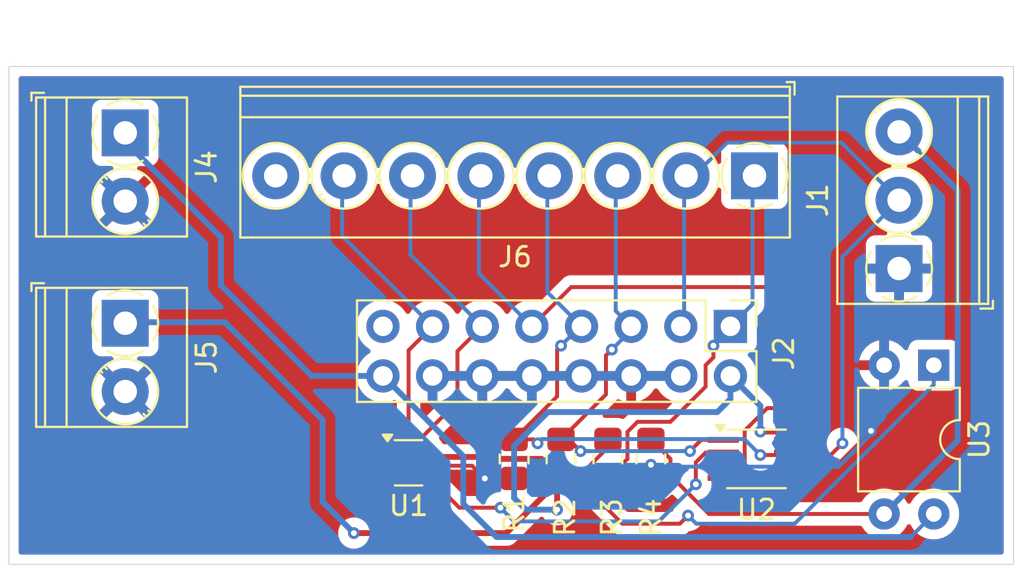
<source format=kicad_pcb>
(kicad_pcb (version 20240108) (generator "pcbnew") (generator_version "8.0")
  (layers (0 "F.Cu" signal) (31 "B.Cu" signal) (34 "B.Paste" user) (35 "F.Paste" user) (36 "B.SilkS" user "B.Silkscreen") (37 "F.SilkS" user "F.Silkscreen") (38 "B.Mask" user) (39 "F.Mask" user) (44 "Edge.Cuts" user))
  (net 0 "")
  (net 1 "SDI_Data")
  (net 2 "Net-(J1-Pin_3)")
  (net 3 "GND")
  (net 5 "SDI_TX_ENABLE")
  (net 6 "SDI_MARKING")
  (net 7 "+3.3V")
  (net 8 "SDI_RX")
  (net 9 "SDI_RX_ENABLE")
  (net 10 "+12V")
  (net 11 "SDI_TX")
  (net 12 "GPIO_1")
  (net 13 "Net-(R3-Pad2)")
  (net 14 "Net-(U1-Pad4)")
  (footprint "TerminalBlock_Phoenix:TerminalBlock_Phoenix_PT-1,5-3-3.5-H_1x03_P3.50mm_Horizontal" (layer "F.Cu") (at 141.5 53.25 90)
    (property "Reference" "J1" (at 3.5 -4.16 90) (layer "F.SilkS"))
    (property "Value" "SDI-12")
    (fp_line (start 8.81 -3.16) (end 8.81 4.56) (stroke (width 0.12)) (layer "F.SilkS"))
    (fp_line (start -1.81 -3.16) (end 8.81 -3.16) (stroke (width 0.12)) (layer "F.SilkS"))
    (fp_line (start -1.81 -3.16) (end -1.81 4.56) (stroke (width 0.12)) (layer "F.SilkS"))
    (fp_line (start 8.07 -1.275) (end 7.976 -1.181) (stroke (width 0.12)) (layer "F.SilkS"))
    (fp_line (start 4.57 -1.275) (end 4.476 -1.181) (stroke (width 0.12)) (layer "F.SilkS"))
    (fp_line (start 8.275 -1.069) (end 8.146 -0.941) (stroke (width 0.12)) (layer "F.SilkS"))
    (fp_line (start 4.775 -1.069) (end 4.646 -0.941) (stroke (width 0.12)) (layer "F.SilkS"))
    (fp_line (start 5.855 0.941) (end 5.726 1.069) (stroke (width 0.12)) (layer "F.SilkS"))
    (fp_line (start 2.355 0.941) (end 2.226 1.069) (stroke (width 0.12)) (layer "F.SilkS"))
    (fp_line (start 6.025 1.181) (end 5.931 1.274) (stroke (width 0.12)) (layer "F.SilkS"))
    (fp_line (start 2.525 1.181) (end 2.431 1.274) (stroke (width 0.12)) (layer "F.SilkS"))
    (fp_line (start -1.81 3) (end 8.81 3) (stroke (width 0.12)) (layer "F.SilkS"))
    (fp_line (start -1.81 4.1) (end 8.81 4.1) (stroke (width 0.12)) (layer "F.SilkS"))
    (fp_line (start -2.05 4.16) (end -2.05 4.8) (stroke (width 0.12)) (layer "F.SilkS"))
    (fp_line (start -1.81 4.56) (end 8.81 4.56) (stroke (width 0.12)) (layer "F.SilkS"))
    (fp_line (start -2.05 4.8) (end -1.65 4.8) (stroke (width 0.12)) (layer "F.SilkS"))
    (fp_arc (start -0.889894 -1.425358) (mid -0.014012 -1.680286) (end 0.866 -1.44) (stroke (width 0.12)) (layer "F.SilkS"))
    (fp_arc (start 1.425504 -0.890193) (mid 1.680626 0.000476) (end 1.425 0.891) (stroke (width 0.12)) (layer "F.SilkS"))
    (fp_arc (start -1.425358 0.889894) (mid -1.680286 0.014012) (end -1.44 -0.866) (stroke (width 0.12)) (layer "F.SilkS"))
    (fp_arc (start 0.890264 1.424721) (mid 0.463071 1.61492) (end 0 1.68) (stroke (width 0.12)) (layer "F.SilkS"))
    (fp_arc (start 0.028674 1.680099) (mid -0.435535 1.622918) (end -0.866 1.44) (stroke (width 0.12)) (layer "F.SilkS"))
    (fp_circle (center 7 0) (end 8.68 0) (stroke (width 0.12)) (fill none) (layer "F.SilkS"))
    (fp_circle (center 3.5 0) (end 5.18 0) (stroke (width 0.12)) (fill none) (layer "F.SilkS"))
    (pad "1" thru_hole rect (at 0 0 90) (size 2.4 2.4) (drill 1.2) (layers "*.Cu" "*.Mask") (net 3 "GND"))
    (pad "2" thru_hole circle (at 3.5 0 90) (size 2.4 2.4) (drill 1.2) (layers "*.Cu" "*.Mask") (net 1 "SDI_Data"))
    (pad "3" thru_hole circle (at 7 0 90) (size 2.4 2.4) (drill 1.2) (layers "*.Cu" "*.Mask") (net 2 "Net-(J1-Pin_3)"))
  )
  (footprint "Resistor_SMD:R_0805_2012Metric_Pad1.20x1.40mm_HandSolder" (layer "F.Cu") (at 124.2 63 90)
    (property "Reference" "R2" (at -3 0.2 90) (layer "F.SilkS"))
    (property "Value" "10k")
    (fp_line (start -0.227064 -0.735) (end 0.227064 -0.735) (stroke (width 0.12)) (layer "F.SilkS"))
    (fp_line (start -0.227064 0.735) (end 0.227064 0.735) (stroke (width 0.12)) (layer "F.SilkS"))
    (pad "1" smd roundrect (at -1 0 90) (size 1.2 1.4) (layers "F.Cu" "F.Paste" "F.Mask") (roundrect_rratio 0.208333) (net 7 "+3.3V"))
    (pad "2" smd roundrect (at 1 0 90) (size 1.2 1.4) (layers "F.Cu" "F.Paste" "F.Mask") (roundrect_rratio 0.208333) (net 5 "SDI_TX_ENABLE"))
  )
  (footprint "TerminalBlock_Phoenix:TerminalBlock_Phoenix_PT-1,5-8-3.5-H_1x08_P3.50mm_Horizontal" (layer "F.Cu") (at 134.1 48.5 180)
    (property "Reference" "J6" (at 12.25 -4.16 0) (layer "F.SilkS"))
    (property "Value" "Screw_Terminal_01x08")
    (fp_line (start 26.31 -3.16) (end 26.31 4.56) (stroke (width 0.12)) (layer "F.SilkS"))
    (fp_line (start 25.775 -1.069) (end 25.646 -0.941) (stroke (width 0.12)) (layer "F.SilkS"))
    (fp_line (start 25.57 -1.275) (end 25.476 -1.181) (stroke (width 0.12)) (layer "F.SilkS"))
    (fp_line (start 23.525 1.181) (end 23.431 1.274) (stroke (width 0.12)) (layer "F.SilkS"))
    (fp_line (start 23.355 0.941) (end 23.226 1.069) (stroke (width 0.12)) (layer "F.SilkS"))
    (fp_line (start 22.275 -1.069) (end 22.146 -0.941) (stroke (width 0.12)) (layer "F.SilkS"))
    (fp_line (start 22.07 -1.275) (end 21.976 -1.181) (stroke (width 0.12)) (layer "F.SilkS"))
    (fp_line (start 20.025 1.181) (end 19.931 1.274) (stroke (width 0.12)) (layer "F.SilkS"))
    (fp_line (start 19.855 0.941) (end 19.726 1.069) (stroke (width 0.12)) (layer "F.SilkS"))
    (fp_line (start 18.775 -1.069) (end 18.646 -0.941) (stroke (width 0.12)) (layer "F.SilkS"))
    (fp_line (start 18.57 -1.275) (end 18.476 -1.181) (stroke (width 0.12)) (layer "F.SilkS"))
    (fp_line (start 16.525 1.181) (end 16.431 1.274) (stroke (width 0.12)) (layer "F.SilkS"))
    (fp_line (start 16.355 0.941) (end 16.226 1.069) (stroke (width 0.12)) (layer "F.SilkS"))
    (fp_line (start 15.275 -1.069) (end 15.146 -0.941) (stroke (width 0.12)) (layer "F.SilkS"))
    (fp_line (start 15.07 -1.275) (end 14.976 -1.181) (stroke (width 0.12)) (layer "F.SilkS"))
    (fp_line (start 13.025 1.181) (end 12.931 1.274) (stroke (width 0.12)) (layer "F.SilkS"))
    (fp_line (start 12.855 0.941) (end 12.726 1.069) (stroke (width 0.12)) (layer "F.SilkS"))
    (fp_line (start 11.775 -1.069) (end 11.646 -0.941) (stroke (width 0.12)) (layer "F.SilkS"))
    (fp_line (start 11.57 -1.275) (end 11.476 -1.181) (stroke (width 0.12)) (layer "F.SilkS"))
    (fp_line (start 9.525 1.181) (end 9.431 1.274) (stroke (width 0.12)) (layer "F.SilkS"))
    (fp_line (start 9.355 0.941) (end 9.226 1.069) (stroke (width 0.12)) (layer "F.SilkS"))
    (fp_line (start 8.275 -1.069) (end 8.146 -0.941) (stroke (width 0.12)) (layer "F.SilkS"))
    (fp_line (start 8.07 -1.275) (end 7.976 -1.181) (stroke (width 0.12)) (layer "F.SilkS"))
    (fp_line (start 6.025 1.181) (end 5.931 1.274) (stroke (width 0.12)) (layer "F.SilkS"))
    (fp_line (start 5.855 0.941) (end 5.726 1.069) (stroke (width 0.12)) (layer "F.SilkS"))
    (fp_line (start 4.775 -1.069) (end 4.646 -0.941) (stroke (width 0.12)) (layer "F.SilkS"))
    (fp_line (start 4.57 -1.275) (end 4.476 -1.181) (stroke (width 0.12)) (layer "F.SilkS"))
    (fp_line (start 2.525 1.181) (end 2.431 1.274) (stroke (width 0.12)) (layer "F.SilkS"))
    (fp_line (start 2.355 0.941) (end 2.226 1.069) (stroke (width 0.12)) (layer "F.SilkS"))
    (fp_line (start -1.81 4.56) (end 26.31 4.56) (stroke (width 0.12)) (layer "F.SilkS"))
    (fp_line (start -1.81 4.1) (end 26.31 4.1) (stroke (width 0.12)) (layer "F.SilkS"))
    (fp_line (start -1.81 3) (end 26.31 3) (stroke (width 0.12)) (layer "F.SilkS"))
    (fp_line (start -1.81 -3.16) (end 26.31 -3.16) (stroke (width 0.12)) (layer "F.SilkS"))
    (fp_line (start -1.81 -3.16) (end -1.81 4.56) (stroke (width 0.12)) (layer "F.SilkS"))
    (fp_line (start -2.05 4.8) (end -1.65 4.8) (stroke (width 0.12)) (layer "F.SilkS"))
    (fp_line (start -2.05 4.16) (end -2.05 4.8) (stroke (width 0.12)) (layer "F.SilkS"))
    (fp_arc (start 1.425504 -0.890193) (mid 1.680626 0.000476) (end 1.425 0.891) (stroke (width 0.12)) (layer "F.SilkS"))
    (fp_arc (start 0.890264 1.424721) (mid 0.463071 1.61492) (end 0 1.68) (stroke (width 0.12)) (layer "F.SilkS"))
    (fp_arc (start 0.028674 1.680099) (mid -0.435535 1.622918) (end -0.866 1.44) (stroke (width 0.12)) (layer "F.SilkS"))
    (fp_arc (start -0.889894 -1.425358) (mid -0.014012 -1.680286) (end 0.866 -1.44) (stroke (width 0.12)) (layer "F.SilkS"))
    (fp_arc (start -1.425358 0.889894) (mid -1.680286 0.014012) (end -1.44 -0.866) (stroke (width 0.12)) (layer "F.SilkS"))
    (fp_circle (center 24.5 0) (end 26.18 0) (stroke (width 0.12)) (fill none) (layer "F.SilkS"))
    (fp_circle (center 21 0) (end 22.68 0) (stroke (width 0.12)) (fill none) (layer "F.SilkS"))
    (fp_circle (center 17.5 0) (end 19.18 0) (stroke (width 0.12)) (fill none) (layer "F.SilkS"))
    (fp_circle (center 14 0) (end 15.68 0) (stroke (width 0.12)) (fill none) (layer "F.SilkS"))
    (fp_circle (center 10.5 0) (end 12.18 0) (stroke (width 0.12)) (fill none) (layer "F.SilkS"))
    (fp_circle (center 7 0) (end 8.68 0) (stroke (width 0.12)) (fill none) (layer "F.SilkS"))
    (fp_circle (center 3.5 0) (end 5.18 0) (stroke (width 0.12)) (fill none) (layer "F.SilkS"))
    (pad "1" thru_hole rect (at 0 0 180) (size 2.4 2.4) (drill 1.2) (layers "*.Cu" "*.Mask") (net 12 "GPIO_1"))
    (pad "2" thru_hole circle (at 3.5 0 180) (size 2.4 2.4) (drill 1.2) (layers "*.Cu" "*.Mask") (net 1 "SDI_Data"))
    (pad "3" thru_hole circle (at 7 0 180) (size 2.4 2.4) (drill 1.2) (layers "*.Cu" "*.Mask") (net 5 "SDI_TX_ENABLE"))
    (pad "4" thru_hole circle (at 10.5 0 180) (size 2.4 2.4) (drill 1.2) (layers "*.Cu" "*.Mask") (net 9 "SDI_RX_ENABLE"))
    (pad "5" thru_hole circle (at 14 0 180) (size 2.4 2.4) (drill 1.2) (layers "*.Cu" "*.Mask") (net 8 "SDI_RX"))
    (pad "6" thru_hole circle (at 17.5 0 180) (size 2.4 2.4) (drill 1.2) (layers "*.Cu" "*.Mask") (net 11 "SDI_TX"))
    (pad "7" thru_hole circle (at 21 0 180) (size 2.4 2.4) (drill 1.2) (layers "*.Cu" "*.Mask") (net 6 "SDI_MARKING"))
    (pad "8" thru_hole circle (at 24.5 0 180) (size 2.4 2.4) (drill 1.2) (layers "*.Cu" "*.Mask"))
  )
  (footprint "Resistor_SMD:R_0805_2012Metric_Pad1.20x1.40mm_HandSolder" (layer "F.Cu") (at 126.6 63 90)
    (property "Reference" "R3" (at -3 0.2 90) (layer "F.SilkS"))
    (property "Value" "220")
    (fp_line (start -0.227064 -0.735) (end 0.227064 -0.735) (stroke (width 0.12)) (layer "F.SilkS"))
    (fp_line (start -0.227064 0.735) (end 0.227064 0.735) (stroke (width 0.12)) (layer "F.SilkS"))
    (pad "1" smd roundrect (at -1 0 90) (size 1.2 1.4) (layers "F.Cu" "F.Paste" "F.Mask") (roundrect_rratio 0.208333) (net 12 "GPIO_1"))
    (pad "2" smd roundrect (at 1 0 90) (size 1.2 1.4) (layers "F.Cu" "F.Paste" "F.Mask") (roundrect_rratio 0.208333) (net 13 "Net-(R3-Pad2)"))
  )
  (footprint "Package_TO_SOT_SMD:SOT-353_SC-70-5" (layer "F.Cu") (at 116.4 63.2)
    (property "Reference" "U1" (at 0 2.2 0) (layer "F.SilkS"))
    (property "Value" "74AHC1G00")
    (fp_line (start -0.71 -1.16) (end 0.7 -1.16) (stroke (width 0.12)) (layer "F.SilkS"))
    (fp_line (start -0.7 1.16) (end 0.7 1.16) (stroke (width 0.12)) (layer "F.SilkS"))
    (fp_poly (pts (xy -1.08 -1.11) (xy -1.32 -1.44) (xy -0.84 -1.44) (xy -1.08 -1.11)) (stroke (width 0.12)) (fill solid) (layer "F.SilkS"))
    (pad "1" smd roundrect (at -0.95 -0.65) (size 0.65 0.4) (layers "F.Cu" "F.Paste" "F.Mask") (net 6 "SDI_MARKING"))
    (pad "2" smd roundrect (at -0.95 0) (size 0.65 0.4) (layers "F.Cu" "F.Paste" "F.Mask") (net 11 "SDI_TX"))
    (pad "3" smd roundrect (at -0.95 0.65) (size 0.65 0.4) (layers "F.Cu" "F.Paste" "F.Mask") (net 3 "GND"))
    (pad "4" smd roundrect (at 0.95 0.65) (size 0.65 0.4) (layers "F.Cu" "F.Paste" "F.Mask") (net 14 "Net-(U1-Pad4)"))
    (pad "5" smd roundrect (at 0.95 -0.65) (size 0.65 0.4) (layers "F.Cu" "F.Paste" "F.Mask") (net 7 "+3.3V"))
  )
  (footprint "Resistor_SMD:R_0805_2012Metric_Pad1.20x1.40mm_HandSolder" (layer "F.Cu") (at 128.8 63 90)
    (property "Reference" "R4" (at -3 0 90) (layer "F.SilkS"))
    (property "Value" "1k")
    (fp_line (start -0.227064 -0.735) (end 0.227064 -0.735) (stroke (width 0.12)) (layer "F.SilkS"))
    (fp_line (start -0.227064 0.735) (end 0.227064 0.735) (stroke (width 0.12)) (layer "F.SilkS"))
    (pad "1" smd roundrect (at -1 0 90) (size 1.2 1.4) (layers "F.Cu" "F.Paste" "F.Mask") (roundrect_rratio 0.208333) (net 3 "GND"))
    (pad "2" smd roundrect (at 1 0 90) (size 1.2 1.4) (layers "F.Cu" "F.Paste" "F.Mask") (roundrect_rratio 0.208333) (net 2 "Net-(J1-Pin_3)"))
  )
  (footprint "TerminalBlock_Phoenix:TerminalBlock_Phoenix_PT-1,5-2-3.5-H_1x02_P3.50mm_Horizontal" (layer "F.Cu") (at 101.9 56.05 -90)
    (property "Reference" "J5" (at 1.75 -4.16 90) (layer "F.SilkS"))
    (property "Value" "Screw_Terminal_01x02")
    (fp_line (start -2.05 4.8) (end -1.65 4.8) (stroke (width 0.12)) (layer "F.SilkS"))
    (fp_line (start -1.81 4.56) (end 5.31 4.56) (stroke (width 0.12)) (layer "F.SilkS"))
    (fp_line (start -2.05 4.16) (end -2.05 4.8) (stroke (width 0.12)) (layer "F.SilkS"))
    (fp_line (start -1.81 4.1) (end 5.31 4.1) (stroke (width 0.12)) (layer "F.SilkS"))
    (fp_line (start -1.81 3) (end 5.31 3) (stroke (width 0.12)) (layer "F.SilkS"))
    (fp_line (start 2.525 1.181) (end 2.431 1.274) (stroke (width 0.12)) (layer "F.SilkS"))
    (fp_line (start 2.355 0.941) (end 2.226 1.069) (stroke (width 0.12)) (layer "F.SilkS"))
    (fp_line (start 4.775 -1.069) (end 4.646 -0.941) (stroke (width 0.12)) (layer "F.SilkS"))
    (fp_line (start 4.57 -1.275) (end 4.476 -1.181) (stroke (width 0.12)) (layer "F.SilkS"))
    (fp_line (start -1.81 -3.16) (end -1.81 4.56) (stroke (width 0.12)) (layer "F.SilkS"))
    (fp_line (start -1.81 -3.16) (end 5.31 -3.16) (stroke (width 0.12)) (layer "F.SilkS"))
    (fp_line (start 5.31 -3.16) (end 5.31 4.56) (stroke (width 0.12)) (layer "F.SilkS"))
    (fp_arc (start 0.028674 1.680099) (mid -0.435535 1.622918) (end -0.866 1.44) (stroke (width 0.12)) (layer "F.SilkS"))
    (fp_arc (start 0.890264 1.424721) (mid 0.463071 1.61492) (end 0 1.68) (stroke (width 0.12)) (layer "F.SilkS"))
    (fp_arc (start -1.425358 0.889894) (mid -1.680286 0.014012) (end -1.44 -0.866) (stroke (width 0.12)) (layer "F.SilkS"))
    (fp_arc (start 1.425504 -0.890193) (mid 1.680626 0.000476) (end 1.425 0.891) (stroke (width 0.12)) (layer "F.SilkS"))
    (fp_arc (start -0.889894 -1.425358) (mid -0.014012 -1.680286) (end 0.866 -1.44) (stroke (width 0.12)) (layer "F.SilkS"))
    (fp_circle (center 3.5 0) (end 5.18 0) (stroke (width 0.12)) (fill none) (layer "F.SilkS"))
    (pad "1" thru_hole rect (at 0 0 270) (size 2.4 2.4) (drill 1.2) (layers "*.Cu" "*.Mask") (net 7 "+3.3V"))
    (pad "2" thru_hole circle (at 3.5 0 270) (size 2.4 2.4) (drill 1.2) (layers "*.Cu" "*.Mask") (net 3 "GND"))
  )
  (footprint "Connector_PinHeader_2.54mm:PinHeader_2x08_P2.54mm_Vertical" (layer "F.Cu") (at 132.87 56.21 -90)
    (property "Reference" "J2" (at 1.39 -2.73 90) (layer "F.SilkS"))
    (property "Value" "Unused Pin")
    (fp_line (start -1.33 19.11) (end 3.87 19.11) (stroke (width 0.12)) (layer "F.SilkS"))
    (fp_line (start -1.33 1.27) (end -1.33 19.11) (stroke (width 0.12)) (layer "F.SilkS"))
    (fp_line (start -1.33 1.27) (end 1.27 1.27) (stroke (width 0.12)) (layer "F.SilkS"))
    (fp_line (start 1.27 1.27) (end 1.27 -1.33) (stroke (width 0.12)) (layer "F.SilkS"))
    (fp_line (start -1.33 0) (end -1.33 -1.33) (stroke (width 0.12)) (layer "F.SilkS"))
    (fp_line (start -1.33 -1.33) (end 0 -1.33) (stroke (width 0.12)) (layer "F.SilkS"))
    (fp_line (start 1.27 -1.33) (end 3.87 -1.33) (stroke (width 0.12)) (layer "F.SilkS"))
    (fp_line (start 3.87 -1.33) (end 3.87 19.11) (stroke (width 0.12)) (layer "F.SilkS"))
    (pad "1" thru_hole rect (at 0 0 270) (size 1.7 1.7) (drill 1) (layers "*.Cu" "*.Mask") (net 12 "GPIO_1"))
    (pad "2" thru_hole oval (at 2.54 0 270) (size 1.7 1.7) (drill 1) (layers "*.Cu" "*.Mask") (net 7 "+3.3V"))
    (pad "3" thru_hole oval (at 0 2.54 270) (size 1.7 1.7) (drill 1) (layers "*.Cu" "*.Mask") (net 1 "SDI_Data"))
    (pad "4" thru_hole oval (at 2.54 2.54 270) (size 1.7 1.7) (drill 1) (layers "*.Cu" "*.Mask") (net 3 "GND"))
    (pad "5" thru_hole oval (at 0 5.08 270) (size 1.7 1.7) (drill 1) (layers "*.Cu" "*.Mask") (net 5 "SDI_TX_ENABLE"))
    (pad "6" thru_hole oval (at 2.54 5.08 270) (size 1.7 1.7) (drill 1) (layers "*.Cu" "*.Mask") (net 3 "GND"))
    (pad "7" thru_hole oval (at 0 7.62 270) (size 1.7 1.7) (drill 1) (layers "*.Cu" "*.Mask") (net 9 "SDI_RX_ENABLE"))
    (pad "8" thru_hole oval (at 2.54 7.62 270) (size 1.7 1.7) (drill 1) (layers "*.Cu" "*.Mask") (net 3 "GND"))
    (pad "9" thru_hole oval (at 0 10.16 270) (size 1.7 1.7) (drill 1) (layers "*.Cu" "*.Mask") (net 8 "SDI_RX"))
    (pad "10" thru_hole oval (at 2.54 10.16 270) (size 1.7 1.7) (drill 1) (layers "*.Cu" "*.Mask") (net 3 "GND"))
    (pad "11" thru_hole oval (at 0 12.7 270) (size 1.7 1.7) (drill 1) (layers "*.Cu" "*.Mask") (net 11 "SDI_TX"))
    (pad "12" thru_hole oval (at 2.54 12.7 270) (size 1.7 1.7) (drill 1) (layers "*.Cu" "*.Mask") (net 3 "GND"))
    (pad "13" thru_hole oval (at 0 15.24 270) (size 1.7 1.7) (drill 1) (layers "*.Cu" "*.Mask") (net 6 "SDI_MARKING"))
    (pad "14" thru_hole oval (at 2.54 15.24 270) (size 1.7 1.7) (drill 1) (layers "*.Cu" "*.Mask") (net 3 "GND"))
    (pad "15" thru_hole oval (at 0 17.78 270) (size 1.7 1.7) (drill 1) (layers "*.Cu" "*.Mask"))
    (pad "16" thru_hole oval (at 2.54 17.78 270) (size 1.7 1.7) (drill 1) (layers "*.Cu" "*.Mask") (net 10 "+12V"))
  )
  (footprint "Resistor_SMD:R_0805_2012Metric_Pad1.20x1.40mm_HandSolder" (layer "F.Cu") (at 121.8 63 90)
    (property "Reference" "R1" (at -2.8 0 90) (layer "F.SilkS"))
    (property "Value" "10k")
    (fp_line (start -0.227064 -0.735) (end 0.227064 -0.735) (stroke (width 0.12)) (layer "F.SilkS"))
    (fp_line (start -0.227064 0.735) (end 0.227064 0.735) (stroke (width 0.12)) (layer "F.SilkS"))
    (pad "1" smd roundrect (at -1 0 90) (size 1.2 1.4) (layers "F.Cu" "F.Paste" "F.Mask") (roundrect_rratio 0.208333) (net 3 "GND"))
    (pad "2" smd roundrect (at 1 0 90) (size 1.2 1.4) (layers "F.Cu" "F.Paste" "F.Mask") (roundrect_rratio 0.208333) (net 9 "SDI_RX_ENABLE"))
  )
  (footprint "TerminalBlock_Phoenix:TerminalBlock_Phoenix_PT-1,5-2-3.5-H_1x02_P3.50mm_Horizontal" (layer "F.Cu") (at 101.9 46.3 -90)
    (property "Reference" "J4" (at 1.75 -4.16 90) (layer "F.SilkS"))
    (property "Value" "Screw_Terminal_01x02")
    (fp_line (start -2.05 4.8) (end -1.65 4.8) (stroke (width 0.12)) (layer "F.SilkS"))
    (fp_line (start -1.81 4.56) (end 5.31 4.56) (stroke (width 0.12)) (layer "F.SilkS"))
    (fp_line (start -2.05 4.16) (end -2.05 4.8) (stroke (width 0.12)) (layer "F.SilkS"))
    (fp_line (start -1.81 4.1) (end 5.31 4.1) (stroke (width 0.12)) (layer "F.SilkS"))
    (fp_line (start -1.81 3) (end 5.31 3) (stroke (width 0.12)) (layer "F.SilkS"))
    (fp_line (start 2.525 1.181) (end 2.431 1.274) (stroke (width 0.12)) (layer "F.SilkS"))
    (fp_line (start 2.355 0.941) (end 2.226 1.069) (stroke (width 0.12)) (layer "F.SilkS"))
    (fp_line (start 4.775 -1.069) (end 4.646 -0.941) (stroke (width 0.12)) (layer "F.SilkS"))
    (fp_line (start 4.57 -1.275) (end 4.476 -1.181) (stroke (width 0.12)) (layer "F.SilkS"))
    (fp_line (start -1.81 -3.16) (end -1.81 4.56) (stroke (width 0.12)) (layer "F.SilkS"))
    (fp_line (start -1.81 -3.16) (end 5.31 -3.16) (stroke (width 0.12)) (layer "F.SilkS"))
    (fp_line (start 5.31 -3.16) (end 5.31 4.56) (stroke (width 0.12)) (layer "F.SilkS"))
    (fp_arc (start 0.028674 1.680099) (mid -0.435535 1.622918) (end -0.866 1.44) (stroke (width 0.12)) (layer "F.SilkS"))
    (fp_arc (start 0.890264 1.424721) (mid 0.463071 1.61492) (end 0 1.68) (stroke (width 0.12)) (layer "F.SilkS"))
    (fp_arc (start -1.425358 0.889894) (mid -1.680286 0.014012) (end -1.44 -0.866) (stroke (width 0.12)) (layer "F.SilkS"))
    (fp_arc (start 1.425504 -0.890193) (mid 1.680626 0.000476) (end 1.425 0.891) (stroke (width 0.12)) (layer "F.SilkS"))
    (fp_arc (start -0.889894 -1.425358) (mid -0.014012 -1.680286) (end 0.866 -1.44) (stroke (width 0.12)) (layer "F.SilkS"))
    (fp_circle (center 3.5 0) (end 5.18 0) (stroke (width 0.12)) (fill none) (layer "F.SilkS"))
    (pad "1" thru_hole rect (at 0 0 270) (size 2.4 2.4) (drill 1.2) (layers "*.Cu" "*.Mask") (net 10 "+12V"))
    (pad "2" thru_hole circle (at 3.5 0 270) (size 2.4 2.4) (drill 1.2) (layers "*.Cu" "*.Mask") (net 3 "GND"))
  )
  (footprint "Package_DIP:DIP-4_W7.62mm" (layer "F.Cu") (at 143.275 58.2 -90)
    (property "Reference" "U3" (at 3.81 -2.33 90) (layer "F.SilkS"))
    (property "Value" "PC817")
    (fp_line (start 1.16 3.87) (end 6.46 3.87) (stroke (width 0.12)) (layer "F.SilkS"))
    (fp_line (start 6.46 3.87) (end 6.46 -1.33) (stroke (width 0.12)) (layer "F.SilkS"))
    (fp_line (start 1.16 -1.33) (end 1.16 3.87) (stroke (width 0.12)) (layer "F.SilkS"))
    (fp_line (start 2.81 -1.33) (end 1.16 -1.33) (stroke (width 0.12)) (layer "F.SilkS"))
    (fp_line (start 6.46 -1.33) (end 4.81 -1.33) (stroke (width 0.12)) (layer "F.SilkS"))
    (fp_arc (start 4.81 -1.33) (mid 3.81 -0.33) (end 2.81 -1.33) (stroke (width 0.12)) (layer "F.SilkS"))
    (pad "1" thru_hole rect (at 0 0 270) (size 1.6 1.6) (drill 0.8) (layers "*.Cu" "*.Mask") (net 13 "Net-(R3-Pad2)"))
    (pad "2" thru_hole oval (at 0 2.54 270) (size 1.6 1.6) (drill 0.8) (layers "*.Cu" "*.Mask") (net 3 "GND"))
    (pad "3" thru_hole oval (at 7.62 2.54 270) (size 1.6 1.6) (drill 0.8) (layers "*.Cu" "*.Mask") (net 2 "Net-(J1-Pin_3)"))
    (pad "4" thru_hole oval (at 7.62 0 270) (size 1.6 1.6) (drill 0.8) (layers "*.Cu" "*.Mask") (net 10 "+12V"))
  )
  (footprint "Package_SO:SSOP-8_2.95x2.8mm_P0.65mm" (layer "F.Cu") (at 134.2 63)
    (property "Reference" "U2" (at 0 2.6 0) (layer "F.SilkS"))
    (property "Value" "74LVC2G241")
    (fp_line (start 1.5 -1.5) (end -1.5 -1.5) (stroke (width 0.12)) (layer "F.SilkS"))
    (fp_line (start 1.5 1.5) (end -1.5 1.5) (stroke (width 0.12)) (layer "F.SilkS"))
    (fp_poly (pts (xy -1.85 -1.4) (xy -2.09 -1.73) (xy -1.61 -1.73) (xy -1.85 -1.4)) (stroke (width 0.12)) (fill solid) (layer "F.SilkS"))
    (pad "1" smd rect (at -1.7 -0.975 270) (size 0.3 1.6) (layers "F.Cu" "F.Paste" "F.Mask") (net 5 "SDI_TX_ENABLE"))
    (pad "2" smd rect (at -1.7 -0.325 270) (size 0.3 1.6) (layers "F.Cu" "F.Paste" "F.Mask") (net 14 "Net-(U1-Pad4)"))
    (pad "3" smd rect (at -1.7 0.325 270) (size 0.3 1.6) (layers "F.Cu" "F.Paste" "F.Mask") (net 8 "SDI_RX"))
    (pad "4" smd rect (at -1.7 0.975 270) (size 0.3 1.6) (layers "F.Cu" "F.Paste" "F.Mask") (net 3 "GND"))
    (pad "5" smd rect (at 1.7 0.975 270) (size 0.3 1.6) (layers "F.Cu" "F.Paste" "F.Mask") (net 1 "SDI_Data"))
    (pad "6" smd rect (at 1.7 0.325 270) (size 0.3 1.6) (layers "F.Cu" "F.Paste" "F.Mask") (net 1 "SDI_Data"))
    (pad "7" smd rect (at 1.7 -0.325 270) (size 0.3 1.6) (layers "F.Cu" "F.Paste" "F.Mask") (net 9 "SDI_RX_ENABLE"))
    (pad "8" smd rect (at 1.7 -0.975 270) (size 0.3 1.6) (layers "F.Cu" "F.Paste" "F.Mask") (net 7 "+3.3V"))
  )
  (gr_rect (start 95.95 42.9) (end 147.35 68.4) (stroke (width 0.05)) (fill none) (layer "Edge.Cuts"))
  (segment (start 135.9 63.325) (end 135.9 63.975) (width 0.2) (layer "F.Cu") (net 1))
  (segment (start 137.475 63.325) (end 135.9 63.325) (width 0.2) (layer "F.Cu") (net 1))
  (segment (start 138.6 62.2) (end 137.475 63.325) (width 0.2) (layer "F.Cu") (net 1))
  (via (at 138.6 62.2) (size 0.6) (drill 0.3) (layers "F.Cu" "B.Cu") (net 1))
  (segment (start 132.7 46.8) (end 138.55 46.8) (width 0.2) (layer "B.Cu") (net 1))
  (segment (start 138.6 52.65) (end 138.6 62.2) (width 0.2) (layer "B.Cu") (net 1))
  (segment (start 130.5 56.04) (end 130.33 56.21) (width 0.2) (layer "B.Cu") (net 1))
  (segment (start 130.5 49) (end 132.7 46.8) (width 0.2) (layer "B.Cu") (net 1))
  (segment (start 130.5 49) (end 130.5 56.04) (width 0.2) (layer "B.Cu") (net 1))
  (segment (start 138.55 46.8) (end 141.5 49.75) (width 0.2) (layer "B.Cu") (net 1))
  (segment (start 141.5 49.75) (end 138.6 52.65) (width 0.2) (layer "B.Cu") (net 1))
  (segment (start 140.735 65.82) (end 131.771471 65.82) (width 0.2) (layer "F.Cu") (net 2))
  (segment (start 129.8 63) (end 128.8 62) (width 0.2) (layer "F.Cu") (net 2))
  (segment (start 129.8 63.848529) (end 129.8 63) (width 0.2) (layer "F.Cu") (net 2))
  (segment (start 131.771471 65.82) (end 129.8 63.848529) (width 0.2) (layer "F.Cu") (net 2))
  (segment (start 144.5 49.25) (end 144.5 62.055) (width 0.3) (layer "B.Cu") (net 2))
  (segment (start 144.5 62.055) (end 140.735 65.82) (width 0.3) (layer "B.Cu") (net 2))
  (segment (start 141.5 46.25) (end 144.5 49.25) (width 0.3) (layer "B.Cu") (net 2))
  (segment (start 119.65 63.35) (end 120.3 64) (width 0.2) (layer "F.Cu") (net 3))
  (segment (start 116.456544 63.85) (end 116.956544 63.35) (width 0.2) (layer "F.Cu") (net 3))
  (segment (start 121.8 64) (end 120.3 64) (width 0.2) (layer "F.Cu") (net 3))
  (segment (start 140.063235 61.563235) (end 140.063235 61.585294) (width 0.2) (layer "F.Cu") (net 3))
  (segment (start 128.7 64.1) (end 128.8 64) (width 0.2) (layer "F.Cu") (net 3))
  (segment (start 133.425 64.9) (end 132.5 63.975) (width 0.2) (layer "F.Cu") (net 3))
  (segment (start 115.45 63.85) (end 116.456544 63.85) (width 0.2) (layer "F.Cu") (net 3))
  (segment (start 136.748529 64.9) (end 133.425 64.9) (width 0.2) (layer "F.Cu") (net 3))
  (segment (start 116.956544 63.35) (end 119.65 63.35) (width 0.2) (layer "F.Cu") (net 3))
  (segment (start 128.8 64) (end 128.8 63.3) (width 0.2) (layer "F.Cu") (net 3))
  (segment (start 140.063235 61.585294) (end 136.748529 64.9) (width 0.2) (layer "F.Cu") (net 3))
  (via (at 128.8 63.3) (size 0.6) (drill 0.3) (layers "F.Cu" "B.Cu") (net 3))
  (via (at 120.3 64) (size 0.6) (drill 0.3) (layers "F.Cu" "B.Cu") (net 3))
  (via (at 140.063235 61.563235) (size 0.6) (drill 0.3) (layers "F.Cu" "B.Cu") (net 3))
  (segment (start 128.9 63.4) (end 138.4 63.4) (width 0.2) (layer "B.Cu") (net 3))
  (segment (start 140.735 60.89147) (end 140.735 58.2) (width 0.2) (layer "B.Cu") (net 3))
  (segment (start 140.063235 61.736765) (end 140.063235 61.563235) (width 0.2) (layer "B.Cu") (net 3))
  (segment (start 120.17 63.47) (end 120.17 58.75) (width 0.2) (layer "B.Cu") (net 3))
  (segment (start 120.3 63.6) (end 120.17 63.47) (width 0.2) (layer "B.Cu") (net 3))
  (segment (start 138.4 63.4) (end 140.063235 61.736765) (width 0.2) (layer "B.Cu") (net 3))
  (segment (start 128.8 63.3) (end 128.9 63.4) (width 0.2) (layer "B.Cu") (net 3))
  (segment (start 140.063235 61.563235) (end 140.735 60.89147) (width 0.2) (layer "B.Cu") (net 3))
  (segment (start 120.3 64) (end 120.3 63.6) (width 0.2) (layer "B.Cu") (net 3))
  (segment (start 130.8 62.6) (end 131.375 62.025) (width 0.2) (layer "F.Cu") (net 5))
  (segment (start 126.5 57.7) (end 126.5 59.7) (width 0.2) (layer "F.Cu") (net 5))
  (segment (start 131.375 62.025) (end 132.5 62.025) (width 0.2) (layer "F.Cu") (net 5))
  (segment (start 124.2 62) (end 124.6 62) (width 0.2) (layer "F.Cu") (net 5))
  (segment (start 124.6 62) (end 125.2 62.6) (width 0.2) (layer "F.Cu") (net 5))
  (segment (start 126.5 59.7) (end 124.2 62) (width 0.2) (layer "F.Cu") (net 5))
  (segment (start 126.8 57.4) (end 126.5 57.7) (width 0.2) (layer "F.Cu") (net 5))
  (via (at 126.8 57.4) (size 0.6) (drill 0.3) (layers "F.Cu" "B.Cu") (net 5))
  (via (at 130.8 62.6) (size 0.6) (drill 0.3) (layers "F.Cu" "B.Cu") (net 5))
  (via (at 125.2 62.6) (size 0.6) (drill 0.3) (layers "F.Cu" "B.Cu") (net 5))
  (segment (start 127.79 56.21) (end 127.79 56.41) (width 0.2) (layer "B.Cu") (net 5))
  (segment (start 127.79 56.41) (end 126.8 57.4) (width 0.2) (layer "B.Cu") (net 5))
  (segment (start 127 55.42) (end 127.79 56.21) (width 0.2) (layer "B.Cu") (net 5))
  (segment (start 127 49) (end 127 55.42) (width 0.2) (layer "B.Cu") (net 5))
  (segment (start 125.2 62.6) (end 130.8 62.6) (width 0.2) (layer "B.Cu") (net 5))
  (segment (start 116.4 57.44) (end 116.4 61.6) (width 0.2) (layer "F.Cu") (net 6))
  (segment (start 117.63 56.21) (end 116.4 57.44) (width 0.2) (layer "F.Cu") (net 6))
  (segment (start 116.4 61.6) (end 115.45 62.55) (width 0.2) (layer "F.Cu") (net 6))
  (segment (start 113 51.58) (end 117.63 56.21) (width 0.2) (layer "B.Cu") (net 6))
  (segment (start 113 49) (end 113 51.58) (width 0.2) (layer "B.Cu") (net 6))
  (segment (start 134.4 61.6) (end 135.475 61.6) (width 0.3) (layer "F.Cu") (net 7))
  (segment (start 123.2 63) (end 124.2 64) (width 0.3) (layer "F.Cu") (net 7))
  (segment (start 117.7 62.9) (end 120.1 62.9) (width 0.3) (layer "F.Cu") (net 7))
  (segment (start 113.6 66.8) (end 121.4 66.8) (width 0.3) (layer "F.Cu") (net 7))
  (segment (start 117.35 62.55) (end 117.7 62.9) (width 0.3) (layer "F.Cu") (net 7))
  (segment (start 120.2 63) (end 123.2 63) (width 0.3) (layer "F.Cu") (net 7))
  (segment (start 135.475 61.6) (end 135.9 62.025) (width 0.3) (layer "F.Cu") (net 7))
  (segment (start 124 65.6) (end 124 64.2) (width 0.3) (layer "F.Cu") (net 7))
  (segment (start 120.1 62.9) (end 120.2 63) (width 0.3) (layer "F.Cu") (net 7))
  (segment (start 121.4 66.8) (end 124.2 64) (width 0.3) (layer "F.Cu") (net 7))
  (segment (start 124 64.2) (end 124.2 64) (width 0.2) (layer "F.Cu") (net 7))
  (via (at 124 65.6) (size 0.6) (drill 0.3) (layers "F.Cu" "B.Cu") (net 7))
  (via (at 134.4 61.6) (size 0.6) (drill 0.3) (layers "F.Cu" "B.Cu") (net 7))
  (via (at 113.6 66.8) (size 0.6) (drill 0.3) (layers "F.Cu" "B.Cu") (net 7))
  (segment (start 132.2 60.6) (end 123.535813 60.6) (width 0.3) (layer "B.Cu") (net 7))
  (segment (start 107 56) (end 112 61) (width 0.3) (layer "B.Cu") (net 7))
  (segment (start 134.4 60.28) (end 134.4 61.6) (width 0.3) (layer "B.Cu") (net 7))
  (segment (start 101.9 56.05) (end 101.95 56) (width 0.2) (layer "B.Cu") (net 7))
  (segment (start 112 65.2) (end 113.6 66.8) (width 0.3) (layer "B.Cu") (net 7))
  (segment (start 122.4 65.6) (end 124 65.6) (width 0.3) (layer "B.Cu") (net 7))
  (segment (start 132.87 59.93) (end 132.2 60.6) (width 0.3) (layer "B.Cu") (net 7))
  (segment (start 101.95 56) (end 107 56) (width 0.3) (layer "B.Cu") (net 7))
  (segment (start 121.8 65) (end 122.4 65.6) (width 0.3) (layer "B.Cu") (net 7))
  (segment (start 121.8 62.335813) (end 121.8 65) (width 0.3) (layer "B.Cu") (net 7))
  (segment (start 123.535813 60.6) (end 121.8 62.335813) (width 0.3) (layer "B.Cu") (net 7))
  (segment (start 132.87 58.75) (end 132.87 59.93) (width 0.3) (layer "B.Cu") (net 7))
  (segment (start 112 61) (end 112 65.2) (width 0.3) (layer "B.Cu") (net 7))
  (segment (start 132.87 58.75) (end 134.4 60.28) (width 0.3) (layer "B.Cu") (net 7))
  (segment (start 122.71 56.21) (end 124.72 54.2) (width 0.2) (layer "F.Cu") (net 8))
  (segment (start 133.6 61.551471) (end 133.6 63.225) (width 0.2) (layer "F.Cu") (net 8))
  (segment (start 133.6 63.225) (end 133.5 63.325) (width 0.2) (layer "F.Cu") (net 8))
  (segment (start 124.72 54.2) (end 135.2 54.2) (width 0.2) (layer "F.Cu") (net 8))
  (segment (start 133.5 63.325) (end 132.5 63.325) (width 0.2) (layer "F.Cu") (net 8))
  (segment (start 135.2 54.2) (end 135.2 60.4) (width 0.2) (layer "F.Cu") (net 8))
  (segment (start 135.2 60.4) (end 134.751471 60.4) (width 0.2) (layer "F.Cu") (net 8))
  (segment (start 134.751471 60.4) (end 133.6 61.551471) (width 0.2) (layer "F.Cu") (net 8))
  (segment (start 120 49) (end 120 53.5) (width 0.2) (layer "B.Cu") (net 8))
  (segment (start 120 53.5) (end 122.71 56.21) (width 0.2) (layer "B.Cu") (net 8))
  (segment (start 123 62.2) (end 122.8 62) (width 0.2) (layer "F.Cu") (net 9))
  (segment (start 135.775 62.8) (end 135.9 62.675) (width 0.2) (layer "F.Cu") (net 9))
  (segment (start 122.8 62) (end 121.8 62) (width 0.2) (layer "F.Cu") (net 9))
  (segment (start 134.4 62.8) (end 135.775 62.8) (width 0.2) (layer "F.Cu") (net 9))
  (segment (start 124 59.8) (end 121.8 62) (width 0.2) (layer "F.Cu") (net 9))
  (segment (start 124.2 57.2) (end 124 57.4) (width 0.2) (layer "F.Cu") (net 9))
  (segment (start 124 57.4) (end 124 59.8) (width 0.2) (layer "F.Cu") (net 9))
  (via (at 124.2 57.2) (size 0.6) (drill 0.3) (layers "F.Cu" "B.Cu") (net 9))
  (via (at 123 62.2) (size 0.6) (drill 0.3) (layers "F.Cu" "B.Cu") (net 9))
  (via (at 134.4 62.8) (size 0.6) (drill 0.3) (layers "F.Cu" "B.Cu") (net 9))
  (segment (start 125.25 56.21) (end 125.19 56.21) (width 0.2) (layer "B.Cu") (net 9))
  (segment (start 123 62.2) (end 123.215658 61.984342) (width 0.2) (layer "B.Cu") (net 9))
  (segment (start 123.5 49) (end 123.5 54.46) (width 0.2) (layer "B.Cu") (net 9))
  (segment (start 123.215658 61.984342) (end 133.584342 61.984342) (width 0.2) (layer "B.Cu") (net 9))
  (segment (start 133.584342 61.984342) (end 134.4 62.8) (width 0.2) (layer "B.Cu") (net 9))
  (segment (start 123.5 54.46) (end 125.25 56.21) (width 0.2) (layer "B.Cu") (net 9))
  (segment (start 125.19 56.21) (end 124.2 57.2) (width 0.2) (layer "B.Cu") (net 9))
  (segment (start 119.2 65.3) (end 120.9 67) (width 0.3) (layer "B.Cu") (net 10))
  (segment (start 106.8 51.65) (end 106.8 54.11) (width 0.3) (layer "B.Cu") (net 10))
  (segment (start 142.095 67) (end 143.275 65.82) (width 0.2) (layer "B.Cu") (net 10))
  (segment (start 101.9 46.3) (end 101.9 46.75) (width 0.2) (layer "B.Cu") (net 10))
  (segment (start 120.9 67) (end 142.095 67) (width 0.3) (layer "B.Cu") (net 10))
  (segment (start 101.9 46.75) (end 106.8 51.65) (width 0.3) (layer "B.Cu") (net 10))
  (segment (start 119.2 62.86) (end 119.2 65.3) (width 0.3) (layer "B.Cu") (net 10))
  (segment (start 115.09 58.75) (end 119.2 62.86) (width 0.3) (layer "B.Cu") (net 10))
  (segment (start 111.44 58.75) (end 106.8 54.11) (width 0.3) (layer "B.Cu") (net 10))
  (segment (start 115.09 58.75) (end 111.44 58.75) (width 0.3) (layer "B.Cu") (net 10))
  (segment (start 120.17 56.21) (end 118.9 57.48) (width 0.2) (layer "F.Cu") (net 11))
  (segment (start 118.9 57.48) (end 118.9 60.074999) (width 0.2) (layer "F.Cu") (net 11))
  (segment (start 118.9 60.074999) (end 115.774999 63.2) (width 0.2) (layer "F.Cu") (net 11))
  (segment (start 115.774999 63.2) (end 115.45 63.2) (width 0.2) (layer "F.Cu") (net 11))
  (segment (start 116.5 52.54) (end 120.17 56.21) (width 0.2) (layer "B.Cu") (net 11))
  (segment (start 116.5 49) (end 116.5 52.54) (width 0.2) (layer "B.Cu") (net 11))
  (segment (start 128.115256 61.1) (end 127.6 61.615256) (width 0.2) (layer "F.Cu") (net 12))
  (segment (start 131.6 58.2) (end 131.6 59.3) (width 0.2) (layer "F.Cu") (net 12))
  (segment (start 132 57.8) (end 131.6 58.2) (width 0.2) (layer "F.Cu") (net 12))
  (segment (start 131.6 59.3) (end 129.8 61.1) (width 0.2) (layer "F.Cu") (net 12))
  (segment (start 127.6 63) (end 126.6 64) (width 0.2) (layer "F.Cu") (net 12))
  (segment (start 127.6 61.615256) (end 127.6 63) (width 0.2) (layer "F.Cu") (net 12))
  (segment (start 129.8 61.1) (end 128.115256 61.1) (width 0.2) (layer "F.Cu") (net 12))
  (segment (start 132 57.2) (end 132 57.8) (width 0.2) (layer "F.Cu") (net 12))
  (via (at 132 57.2) (size 0.6) (drill 0.3) (layers "F.Cu" "B.Cu") (net 12))
  (segment (start 132.87 56.21) (end 132.87 56.33) (width 0.2) (layer "B.Cu") (net 12))
  (segment (start 132.87 56.33) (end 132 57.2) (width 0.2) (layer "B.Cu") (net 12))
  (segment (start 134 55.08) (end 132.87 56.21) (width 0.2) (layer "B.Cu") (net 12))
  (segment (start 134 49) (end 134 55.08) (width 0.2) (layer "B.Cu") (net 12))
  (segment (start 130.28 66.32) (end 127.335256 66.32) (width 0.2) (layer "F.Cu") (net 13))
  (segment (start 125.6 64.584744) (end 125.6 63.415256) (width 0.2) (layer "F.Cu") (net 13))
  (segment (start 127.335256 66.32) (end 125.6 64.584744) (width 0.2) (layer "F.Cu") (net 13))
  (segment (start 126.6 62.415256) (end 126.6 62) (width 0.2) (layer "F.Cu") (net 13))
  (segment (start 130.7 65.9) (end 130.28 66.32) (width 0.2) (layer "F.Cu") (net 13))
  (segment (start 125.6 63.415256) (end 126.6 62.415256) (width 0.2) (layer "F.Cu") (net 13))
  (via (at 130.7 65.9) (size 0.6) (drill 0.3) (layers "F.Cu" "B.Cu") (net 13))
  (segment (start 130.7 65.9) (end 131.12 66.32) (width 0.2) (layer "B.Cu") (net 13))
  (segment (start 143.275 59.2) (end 143.275 58.2) (width 0.2) (layer "B.Cu") (net 13))
  (segment (start 136.155 66.32) (end 143.275 59.2) (width 0.2) (layer "B.Cu") (net 13))
  (segment (start 131.12 66.32) (end 136.155 66.32) (width 0.2) (layer "B.Cu") (net 13))
  (segment (start 131.1 63.175) (end 131.6 62.675) (width 0.2) (layer "F.Cu") (net 14))
  (segment (start 121.1 65.5) (end 119 65.5) (width 0.2) (layer "F.Cu") (net 14))
  (segment (start 131.6 62.675) (end 132.5 62.675) (width 0.2) (layer "F.Cu") (net 14))
  (segment (start 131.1 64.3) (end 131.1 63.175) (width 0.2) (layer "F.Cu") (net 14))
  (segment (start 119 65.5) (end 117.35 63.85) (width 0.2) (layer "F.Cu") (net 14))
  (via (at 131.1 64.3) (size 0.6) (drill 0.3) (layers "F.Cu" "B.Cu") (net 14))
  (via (at 121.1 65.5) (size 0.6) (drill 0.3) (layers "F.Cu" "B.Cu") (net 14))
  (segment (start 129.2 66.2) (end 131.1 64.3) (width 0.2) (layer "B.Cu") (net 14))
  (segment (start 121.1 65.5) (end 121.8 66.2) (width 0.2) (layer "B.Cu") (net 14))
  (segment (start 121.8 66.2) (end 129.2 66.2) (width 0.2) (layer "B.Cu") (net 14))
  (zone (net 3) (net_name "GND") (layers "F&B.Cu") (connect_pads (clearance 0.5)) (min_thickness 0.25) (fill yes (thermal_gap 0.5) (thermal_bridge_width 0.5))
    (polygon (pts (xy 147.2 42.8) (xy 147.4 68.9) (xy 96.3 69.2) (xy 96.1 42.9)))
  )
)
</source>
